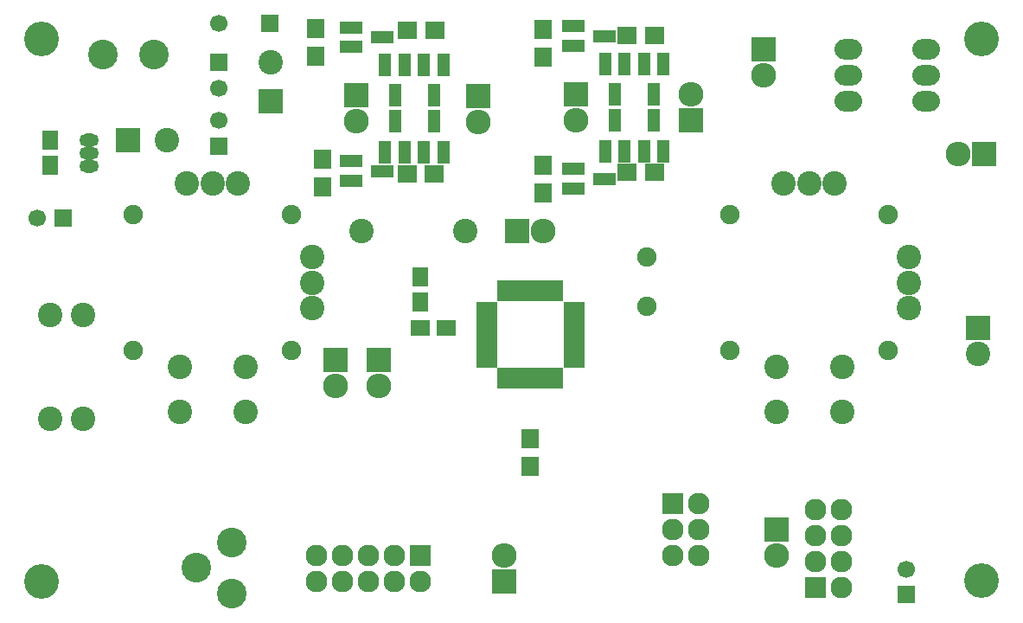
<source format=gts>
G04 #@! TF.GenerationSoftware,KiCad,Pcbnew,(5.0.0)*
G04 #@! TF.CreationDate,2018-08-15T10:41:59+02:00*
G04 #@! TF.ProjectId,FTController,4654436F6E74726F6C6C65722E6B6963,1.0*
G04 #@! TF.SameCoordinates,Original*
G04 #@! TF.FileFunction,Soldermask,Top*
G04 #@! TF.FilePolarity,Negative*
%FSLAX46Y46*%
G04 Gerber Fmt 4.6, Leading zero omitted, Abs format (unit mm)*
G04 Created by KiCad (PCBNEW (5.0.0)) date 08/15/18 10:41:59*
%MOMM*%
%LPD*%
G01*
G04 APERTURE LIST*
%ADD10C,2.398980*%
%ADD11C,1.901140*%
%ADD12R,1.650000X1.900000*%
%ADD13R,1.900000X1.650000*%
%ADD14R,2.398980X2.398980*%
%ADD15C,2.400000*%
%ADD16R,2.400000X2.400000*%
%ADD17R,2.127200X2.127200*%
%ADD18O,2.127200X2.127200*%
%ADD19R,2.200860X1.200100*%
%ADD20R,1.200100X2.200860*%
%ADD21O,2.700000X2.000000*%
%ADD22C,1.700000*%
%ADD23R,1.700000X1.700000*%
%ADD24O,2.432000X2.432000*%
%ADD25R,2.432000X2.432000*%
%ADD26O,1.901140X1.299160*%
%ADD27C,3.400000*%
%ADD28C,2.899360*%
%ADD29R,1.700000X1.900000*%
%ADD30R,1.900000X1.700000*%
%ADD31R,2.000000X0.950000*%
%ADD32R,0.950000X2.000000*%
%ADD33C,2.900000*%
G04 APERTURE END LIST*
D10*
G04 #@! TO.C,U5*
X227406200Y-129489200D03*
X220903800Y-129489200D03*
X227406200Y-125089920D03*
X220903800Y-125089920D03*
D11*
X216405460Y-123489720D03*
X231904540Y-123489720D03*
X216405460Y-110190280D03*
X231904540Y-110190280D03*
D10*
X226654360Y-107088940D03*
X221655640Y-107088940D03*
X224155000Y-107088940D03*
X233906060Y-119339360D03*
X233906060Y-116840000D03*
X233906060Y-114340640D03*
G04 #@! TD*
D12*
G04 #@! TO.C,C2*
X149860000Y-105370000D03*
X149860000Y-102870000D03*
G04 #@! TD*
G04 #@! TO.C,C5*
X186055000Y-116245000D03*
X186055000Y-118745000D03*
G04 #@! TD*
D13*
G04 #@! TO.C,C7*
X186095000Y-121285000D03*
X188595000Y-121285000D03*
G04 #@! TD*
D10*
G04 #@! TO.C,D1*
X161290000Y-102870000D03*
D14*
X157480000Y-102870000D03*
G04 #@! TD*
D15*
G04 #@! TO.C,D2*
X240665000Y-123825000D03*
D16*
X240665000Y-121285000D03*
G04 #@! TD*
D17*
G04 #@! TO.C,P4*
X210820000Y-138430000D03*
D18*
X213360000Y-138430000D03*
X210820000Y-140970000D03*
X213360000Y-140970000D03*
X210820000Y-143510000D03*
X213360000Y-143510000D03*
G04 #@! TD*
D19*
G04 #@! TO.C,Q2*
X204066140Y-92710000D03*
X201063860Y-93660000D03*
X201063860Y-91760000D03*
G04 #@! TD*
D20*
G04 #@! TO.C,Q4*
X206055000Y-95422760D03*
X204155000Y-95422760D03*
X205105000Y-98425040D03*
G04 #@! TD*
G04 #@! TO.C,Q5*
X208915000Y-98425040D03*
X207965000Y-95422760D03*
X209865000Y-95422760D03*
G04 #@! TD*
G04 #@! TO.C,Q8*
X204155000Y-103967140D03*
X206055000Y-103967140D03*
X205105000Y-100964860D03*
G04 #@! TD*
G04 #@! TO.C,Q9*
X208915000Y-100964860D03*
X209865000Y-103967140D03*
X207965000Y-103967140D03*
G04 #@! TD*
D19*
G04 #@! TO.C,Q12*
X201063860Y-105730000D03*
X201063860Y-107630000D03*
X204066140Y-106680000D03*
G04 #@! TD*
G04 #@! TO.C,Q14*
X182313140Y-92813500D03*
X179310860Y-93763500D03*
X179310860Y-91863500D03*
G04 #@! TD*
D20*
G04 #@! TO.C,Q16*
X183583000Y-98528440D03*
X182633000Y-95526160D03*
X184533000Y-95526160D03*
G04 #@! TD*
G04 #@! TO.C,Q17*
X188343000Y-95526160D03*
X186443000Y-95526160D03*
X187393000Y-98528440D03*
G04 #@! TD*
G04 #@! TO.C,Q20*
X182633000Y-104071140D03*
X184533000Y-104071140D03*
X183583000Y-101068860D03*
G04 #@! TD*
G04 #@! TO.C,Q21*
X186443000Y-104071140D03*
X188343000Y-104071140D03*
X187393000Y-101068860D03*
G04 #@! TD*
D19*
G04 #@! TO.C,Q24*
X182313140Y-105917000D03*
X179310860Y-106867000D03*
X179310860Y-104967000D03*
G04 #@! TD*
D21*
G04 #@! TO.C,U2*
X227965000Y-93980000D03*
X227965000Y-96520000D03*
X227965000Y-99060000D03*
X235585000Y-99060000D03*
X235585000Y-96520000D03*
X235585000Y-93980000D03*
G04 #@! TD*
D10*
G04 #@! TO.C,U4*
X175486060Y-114340640D03*
X175486060Y-116840000D03*
X175486060Y-119339360D03*
X165735000Y-107088940D03*
X163235640Y-107088940D03*
X168234360Y-107088940D03*
D11*
X173484540Y-110190280D03*
X157985460Y-110190280D03*
X173484540Y-123489720D03*
X157985460Y-123489720D03*
D10*
X162483800Y-125089920D03*
X168986200Y-125089920D03*
X162483800Y-129489200D03*
X168986200Y-129489200D03*
G04 #@! TD*
D11*
G04 #@! TO.C,Y1*
X208280000Y-114300060D03*
X208280000Y-119181940D03*
G04 #@! TD*
D22*
G04 #@! TO.C,C1*
X166370000Y-97790000D03*
D23*
X166370000Y-95290000D03*
G04 #@! TD*
D22*
G04 #@! TO.C,C4*
X148590000Y-110490000D03*
D23*
X151090000Y-110490000D03*
G04 #@! TD*
D24*
G04 #@! TO.C,JP1*
X198120000Y-111760000D03*
D25*
X195580000Y-111760000D03*
G04 #@! TD*
G04 #@! TO.C,P2*
X219710000Y-93980000D03*
D24*
X219710000Y-96520000D03*
G04 #@! TD*
D25*
G04 #@! TO.C,P5*
X241300000Y-104267000D03*
D24*
X238760000Y-104267000D03*
G04 #@! TD*
D25*
G04 #@! TO.C,P6*
X201295000Y-98425000D03*
D24*
X201295000Y-100965000D03*
G04 #@! TD*
G04 #@! TO.C,P7*
X212533000Y-98425000D03*
D25*
X212533000Y-100965000D03*
G04 #@! TD*
D24*
G04 #@! TO.C,P8*
X179773000Y-101068500D03*
D25*
X179773000Y-98528500D03*
G04 #@! TD*
G04 #@! TO.C,P9*
X191770000Y-98552000D03*
D24*
X191770000Y-101092000D03*
G04 #@! TD*
D10*
G04 #@! TO.C,R2*
X149860000Y-120015000D03*
X149860000Y-130175000D03*
G04 #@! TD*
G04 #@! TO.C,R3*
X153035000Y-120015000D03*
X153035000Y-130175000D03*
G04 #@! TD*
G04 #@! TO.C,R19*
X190500000Y-111760000D03*
X180340000Y-111760000D03*
G04 #@! TD*
D26*
G04 #@! TO.C,U3*
X153670000Y-104140000D03*
X153670000Y-102870000D03*
X153670000Y-105410000D03*
G04 #@! TD*
D27*
G04 #@! TO.C,MK1*
X149000000Y-93000000D03*
G04 #@! TD*
G04 #@! TO.C,MK2*
X241000000Y-146000000D03*
G04 #@! TD*
G04 #@! TO.C,MK3*
X241000000Y-93000000D03*
G04 #@! TD*
G04 #@! TO.C,MK4*
X149000000Y-146050000D03*
G04 #@! TD*
D17*
G04 #@! TO.C,P3*
X186055000Y-143510000D03*
D18*
X186055000Y-146050000D03*
X183515000Y-143510000D03*
X183515000Y-146050000D03*
X180975000Y-143510000D03*
X180975000Y-146050000D03*
X178435000Y-143510000D03*
X178435000Y-146050000D03*
X175895000Y-143510000D03*
X175895000Y-146050000D03*
G04 #@! TD*
D25*
G04 #@! TO.C,P10*
X194310000Y-146050000D03*
D24*
X194310000Y-143510000D03*
G04 #@! TD*
D28*
G04 #@! TO.C,RV1*
X164139880Y-144739640D03*
X167640000Y-142240280D03*
X167640000Y-147239000D03*
G04 #@! TD*
D29*
G04 #@! TO.C,R7*
X198120000Y-92075000D03*
X198120000Y-94775000D03*
G04 #@! TD*
D30*
G04 #@! TO.C,R9*
X206295000Y-92690000D03*
X208995000Y-92690000D03*
G04 #@! TD*
G04 #@! TO.C,R11*
X208995000Y-106045000D03*
X206295000Y-106045000D03*
G04 #@! TD*
D29*
G04 #@! TO.C,R13*
X198120000Y-108030000D03*
X198120000Y-105330000D03*
G04 #@! TD*
G04 #@! TO.C,R15*
X175815000Y-94695000D03*
X175815000Y-91995000D03*
G04 #@! TD*
D30*
G04 #@! TO.C,R17*
X187493000Y-92178500D03*
X184793000Y-92178500D03*
G04 #@! TD*
G04 #@! TO.C,R20*
X184753000Y-106168000D03*
X187453000Y-106168000D03*
G04 #@! TD*
D29*
G04 #@! TO.C,R22*
X176530000Y-107475000D03*
X176530000Y-104775000D03*
G04 #@! TD*
G04 #@! TO.C,R24*
X196850000Y-132080000D03*
X196850000Y-134780000D03*
G04 #@! TD*
D31*
G04 #@! TO.C,IC1*
X201100000Y-124720000D03*
X201100000Y-123920000D03*
X201100000Y-123120000D03*
X201100000Y-122320000D03*
X201100000Y-121520000D03*
X201100000Y-120720000D03*
X201100000Y-119920000D03*
X201100000Y-119120000D03*
D32*
X199650000Y-117670000D03*
X198850000Y-117670000D03*
X198050000Y-117670000D03*
X197250000Y-117670000D03*
X196450000Y-117670000D03*
X195650000Y-117670000D03*
X194850000Y-117670000D03*
X194050000Y-117670000D03*
D31*
X192600000Y-119120000D03*
X192600000Y-119920000D03*
X192600000Y-120720000D03*
X192600000Y-121520000D03*
X192600000Y-122320000D03*
X192600000Y-123120000D03*
X192600000Y-123920000D03*
X192600000Y-124720000D03*
D32*
X194050000Y-126170000D03*
X194850000Y-126170000D03*
X195650000Y-126170000D03*
X196450000Y-126170000D03*
X197250000Y-126170000D03*
X198050000Y-126170000D03*
X198850000Y-126170000D03*
X199650000Y-126170000D03*
G04 #@! TD*
D23*
G04 #@! TO.C,C11*
X233640000Y-147360000D03*
D22*
X233640000Y-144860000D03*
G04 #@! TD*
D17*
G04 #@! TO.C,U6*
X224790000Y-146685000D03*
D18*
X227330000Y-146685000D03*
X224790000Y-144145000D03*
X227330000Y-144145000D03*
X224790000Y-141605000D03*
X227330000Y-141605000D03*
X224790000Y-139065000D03*
X227330000Y-139065000D03*
G04 #@! TD*
D25*
G04 #@! TO.C,J1*
X220980000Y-140970000D03*
D24*
X220980000Y-143510000D03*
G04 #@! TD*
D25*
G04 #@! TO.C,J2*
X177726000Y-124426000D03*
D24*
X177726000Y-126966000D03*
G04 #@! TD*
G04 #@! TO.C,J3*
X182018000Y-126966000D03*
D25*
X182018000Y-124426000D03*
G04 #@! TD*
D23*
G04 #@! TO.C,C12*
X166370000Y-103465000D03*
D22*
X166370000Y-100965000D03*
G04 #@! TD*
D33*
G04 #@! TO.C,P1*
X159980000Y-94488000D03*
X154980000Y-94488000D03*
G04 #@! TD*
D10*
G04 #@! TO.C,D3*
X171450000Y-95250000D03*
D14*
X171450000Y-99060000D03*
G04 #@! TD*
D23*
G04 #@! TO.C,F1*
X171370000Y-91440000D03*
D22*
X166370000Y-91440000D03*
G04 #@! TD*
M02*

</source>
